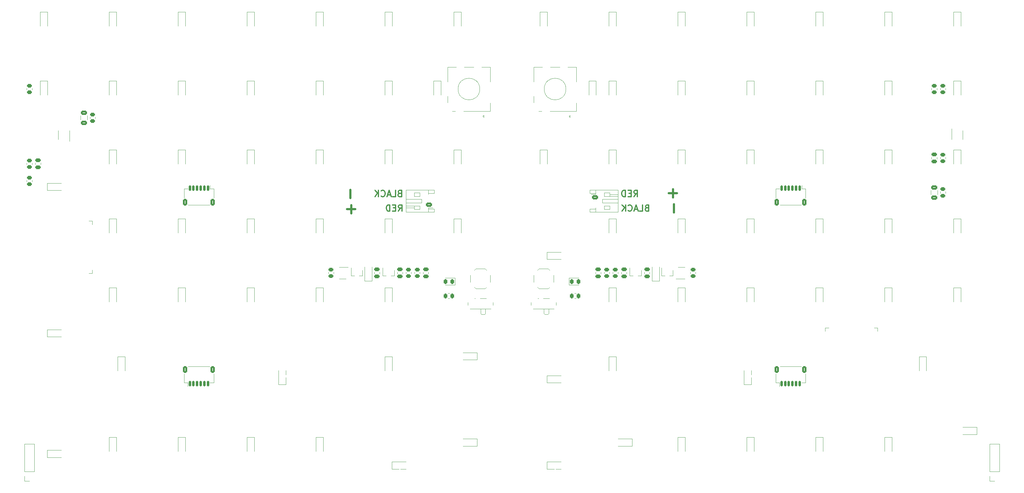
<source format=gbr>
G04 #@! TF.GenerationSoftware,KiCad,Pcbnew,(6.0.1-0)*
G04 #@! TF.CreationDate,2022-04-23T14:38:48+10:00*
G04 #@! TF.ProjectId,pcb,7063622e-6b69-4636-9164-5f7063625858,rev?*
G04 #@! TF.SameCoordinates,Original*
G04 #@! TF.FileFunction,Legend,Bot*
G04 #@! TF.FilePolarity,Positive*
%FSLAX46Y46*%
G04 Gerber Fmt 4.6, Leading zero omitted, Abs format (unit mm)*
G04 Created by KiCad (PCBNEW (6.0.1-0)) date 2022-04-23 14:38:48*
%MOMM*%
%LPD*%
G01*
G04 APERTURE LIST*
G04 Aperture macros list*
%AMRoundRect*
0 Rectangle with rounded corners*
0 $1 Rounding radius*
0 $2 $3 $4 $5 $6 $7 $8 $9 X,Y pos of 4 corners*
0 Add a 4 corners polygon primitive as box body*
4,1,4,$2,$3,$4,$5,$6,$7,$8,$9,$2,$3,0*
0 Add four circle primitives for the rounded corners*
1,1,$1+$1,$2,$3*
1,1,$1+$1,$4,$5*
1,1,$1+$1,$6,$7*
1,1,$1+$1,$8,$9*
0 Add four rect primitives between the rounded corners*
20,1,$1+$1,$2,$3,$4,$5,0*
20,1,$1+$1,$4,$5,$6,$7,0*
20,1,$1+$1,$6,$7,$8,$9,0*
20,1,$1+$1,$8,$9,$2,$3,0*%
G04 Aperture macros list end*
%ADD10C,0.300000*%
%ADD11C,0.600000*%
%ADD12C,0.120000*%
%ADD13C,3.048000*%
%ADD14C,3.000000*%
%ADD15C,3.987800*%
%ADD16C,1.750000*%
%ADD17R,2.550000X2.500000*%
%ADD18C,0.787400*%
%ADD19O,3.400000X3.400000*%
%ADD20R,2.500000X2.550000*%
%ADD21RoundRect,0.250000X0.475000X-0.250000X0.475000X0.250000X-0.475000X0.250000X-0.475000X-0.250000X0*%
%ADD22RoundRect,0.250000X-0.475000X0.250000X-0.475000X-0.250000X0.475000X-0.250000X0.475000X0.250000X0*%
%ADD23R,1.200000X1.400000*%
%ADD24R,1.000000X1.400000*%
%ADD25RoundRect,0.250000X-0.625000X0.375000X-0.625000X-0.375000X0.625000X-0.375000X0.625000X0.375000X0*%
%ADD26R,1.700000X1.700000*%
%ADD27O,1.700000X1.700000*%
%ADD28R,0.800000X0.900000*%
%ADD29RoundRect,0.249998X0.450002X-0.262502X0.450002X0.262502X-0.450002X0.262502X-0.450002X-0.262502X0*%
%ADD30RoundRect,0.249998X-0.450002X0.262502X-0.450002X-0.262502X0.450002X-0.262502X0.450002X0.262502X0*%
%ADD31RoundRect,0.249998X0.262502X0.450002X-0.262502X0.450002X-0.262502X-0.450002X0.262502X-0.450002X0*%
%ADD32C,0.900000*%
%ADD33R,1.000000X0.800000*%
%ADD34R,0.700000X1.500000*%
%ADD35R,1.060000X0.650000*%
%ADD36C,0.650000*%
%ADD37R,2.450000X0.600000*%
%ADD38R,2.450000X0.300000*%
%ADD39R,1.700000X1.000000*%
%ADD40R,1.524000X0.700000*%
%ADD41R,0.700000X1.524000*%
%ADD42RoundRect,0.243750X0.243750X0.456250X-0.243750X0.456250X-0.243750X-0.456250X0.243750X-0.456250X0*%
%ADD43R,1.200000X0.900000*%
%ADD44RoundRect,0.249999X-0.625001X0.350001X-0.625001X-0.350001X0.625001X-0.350001X0.625001X0.350001X0*%
%ADD45O,1.750000X1.200000*%
%ADD46RoundRect,0.249999X0.625001X-0.350001X0.625001X0.350001X-0.625001X0.350001X-0.625001X-0.350001X0*%
%ADD47R,0.900000X1.200000*%
%ADD48RoundRect,0.150000X0.150000X0.625000X-0.150000X0.625000X-0.150000X-0.625000X0.150000X-0.625000X0*%
%ADD49RoundRect,0.250000X0.350000X0.650000X-0.350000X0.650000X-0.350000X-0.650000X0.350000X-0.650000X0*%
%ADD50RoundRect,0.250000X-0.450000X0.262500X-0.450000X-0.262500X0.450000X-0.262500X0.450000X0.262500X0*%
%ADD51RoundRect,0.250000X0.450000X-0.262500X0.450000X0.262500X-0.450000X0.262500X-0.450000X-0.262500X0*%
%ADD52RoundRect,0.250000X0.625000X-0.375000X0.625000X0.375000X-0.625000X0.375000X-0.625000X-0.375000X0*%
%ADD53RoundRect,0.150000X-0.150000X-0.625000X0.150000X-0.625000X0.150000X0.625000X-0.150000X0.625000X0*%
%ADD54RoundRect,0.250000X-0.350000X-0.650000X0.350000X-0.650000X0.350000X0.650000X-0.350000X0.650000X0*%
%ADD55RoundRect,0.243750X-0.243750X-0.456250X0.243750X-0.456250X0.243750X0.456250X-0.243750X0.456250X0*%
%ADD56R,2.000000X2.000000*%
%ADD57C,2.000000*%
%ADD58R,2.000000X3.200000*%
%ADD59RoundRect,0.250000X-0.262500X-0.450000X0.262500X-0.450000X0.262500X0.450000X-0.262500X0.450000X0*%
G04 APERTURE END LIST*
D10*
X94787500Y-52797916D02*
X95370833Y-51964583D01*
X95787500Y-52797916D02*
X95787500Y-51047916D01*
X95120833Y-51047916D01*
X94954166Y-51131250D01*
X94870833Y-51214583D01*
X94787500Y-51381250D01*
X94787500Y-51631250D01*
X94870833Y-51797916D01*
X94954166Y-51881250D01*
X95120833Y-51964583D01*
X95787500Y-51964583D01*
X94037500Y-51881250D02*
X93454166Y-51881250D01*
X93204166Y-52797916D02*
X94037500Y-52797916D01*
X94037500Y-51047916D01*
X93204166Y-51047916D01*
X92454166Y-52797916D02*
X92454166Y-51047916D01*
X92037500Y-51047916D01*
X91787500Y-51131250D01*
X91620833Y-51297916D01*
X91537500Y-51464583D01*
X91454166Y-51797916D01*
X91454166Y-52047916D01*
X91537500Y-52381250D01*
X91620833Y-52547916D01*
X91787500Y-52714583D01*
X92037500Y-52797916D01*
X92454166Y-52797916D01*
X95158333Y-47881250D02*
X94908333Y-47964583D01*
X94825000Y-48047916D01*
X94741666Y-48214583D01*
X94741666Y-48464583D01*
X94825000Y-48631250D01*
X94908333Y-48714583D01*
X95075000Y-48797916D01*
X95741666Y-48797916D01*
X95741666Y-47047916D01*
X95158333Y-47047916D01*
X94991666Y-47131250D01*
X94908333Y-47214583D01*
X94825000Y-47381250D01*
X94825000Y-47547916D01*
X94908333Y-47714583D01*
X94991666Y-47797916D01*
X95158333Y-47881250D01*
X95741666Y-47881250D01*
X93158333Y-48797916D02*
X93991666Y-48797916D01*
X93991666Y-47047916D01*
X92658333Y-48297916D02*
X91825000Y-48297916D01*
X92825000Y-48797916D02*
X92241666Y-47047916D01*
X91658333Y-48797916D01*
X90075000Y-48631250D02*
X90158333Y-48714583D01*
X90408333Y-48797916D01*
X90575000Y-48797916D01*
X90825000Y-48714583D01*
X90991666Y-48547916D01*
X91075000Y-48381250D01*
X91158333Y-48047916D01*
X91158333Y-47797916D01*
X91075000Y-47464583D01*
X90991666Y-47297916D01*
X90825000Y-47131250D01*
X90575000Y-47047916D01*
X90408333Y-47047916D01*
X90158333Y-47131250D01*
X90075000Y-47214583D01*
X89325000Y-48797916D02*
X89325000Y-47047916D01*
X88325000Y-48797916D02*
X89075000Y-47797916D01*
X88325000Y-47047916D02*
X89325000Y-48047916D01*
D11*
X170870535Y-53149107D02*
X170870535Y-50863392D01*
X81541964Y-46863392D02*
X81541964Y-49149107D01*
D10*
X159875000Y-48797916D02*
X160458333Y-47964583D01*
X160875000Y-48797916D02*
X160875000Y-47047916D01*
X160208333Y-47047916D01*
X160041666Y-47131250D01*
X159958333Y-47214583D01*
X159875000Y-47381250D01*
X159875000Y-47631250D01*
X159958333Y-47797916D01*
X160041666Y-47881250D01*
X160208333Y-47964583D01*
X160875000Y-47964583D01*
X159125000Y-47881250D02*
X158541666Y-47881250D01*
X158291666Y-48797916D02*
X159125000Y-48797916D01*
X159125000Y-47047916D01*
X158291666Y-47047916D01*
X157541666Y-48797916D02*
X157541666Y-47047916D01*
X157125000Y-47047916D01*
X156875000Y-47131250D01*
X156708333Y-47297916D01*
X156625000Y-47464583D01*
X156541666Y-47797916D01*
X156541666Y-48047916D01*
X156625000Y-48381250D01*
X156708333Y-48547916D01*
X156875000Y-48714583D01*
X157125000Y-48797916D01*
X157541666Y-48797916D01*
D11*
X80613392Y-52220535D02*
X82899107Y-52220535D01*
X81756250Y-53363392D02*
X81756250Y-51077678D01*
X171799107Y-47791964D02*
X169513392Y-47791964D01*
X170656250Y-46649107D02*
X170656250Y-48934821D01*
D10*
X163420833Y-51881250D02*
X163170833Y-51964583D01*
X163087500Y-52047916D01*
X163004166Y-52214583D01*
X163004166Y-52464583D01*
X163087500Y-52631250D01*
X163170833Y-52714583D01*
X163337500Y-52797916D01*
X164004166Y-52797916D01*
X164004166Y-51047916D01*
X163420833Y-51047916D01*
X163254166Y-51131250D01*
X163170833Y-51214583D01*
X163087500Y-51381250D01*
X163087500Y-51547916D01*
X163170833Y-51714583D01*
X163254166Y-51797916D01*
X163420833Y-51881250D01*
X164004166Y-51881250D01*
X161420833Y-52797916D02*
X162254166Y-52797916D01*
X162254166Y-51047916D01*
X160920833Y-52297916D02*
X160087500Y-52297916D01*
X161087500Y-52797916D02*
X160504166Y-51047916D01*
X159920833Y-52797916D01*
X158337500Y-52631250D02*
X158420833Y-52714583D01*
X158670833Y-52797916D01*
X158837500Y-52797916D01*
X159087500Y-52714583D01*
X159254166Y-52547916D01*
X159337500Y-52381250D01*
X159420833Y-52047916D01*
X159420833Y-51797916D01*
X159337500Y-51464583D01*
X159254166Y-51297916D01*
X159087500Y-51131250D01*
X158837500Y-51047916D01*
X158670833Y-51047916D01*
X158420833Y-51131250D01*
X158337500Y-51214583D01*
X157587500Y-52797916D02*
X157587500Y-51047916D01*
X156587500Y-52797916D02*
X157337500Y-51797916D01*
X156587500Y-51047916D02*
X157587500Y-52047916D01*
D12*
X-4027500Y-39948752D02*
X-4027500Y-39426248D01*
X-5497500Y-39948752D02*
X-5497500Y-39426248D01*
X164247500Y-69588748D02*
X164247500Y-70111252D01*
X162777500Y-69588748D02*
X162777500Y-70111252D01*
X157897500Y-70111252D02*
X157897500Y-69588748D01*
X156427500Y-70111252D02*
X156427500Y-69588748D01*
X250787500Y-30550000D02*
X250787500Y-32950000D01*
X247687500Y-32950000D02*
X247687500Y-30000000D01*
X7027500Y-26385436D02*
X7027500Y-27589564D01*
X8847500Y-26385436D02*
X8847500Y-27589564D01*
X258226250Y-126037500D02*
X258226250Y-127367500D01*
X260886250Y-124767500D02*
X260886250Y-117087500D01*
X258226250Y-124767500D02*
X258226250Y-117087500D01*
X258226250Y-117087500D02*
X260886250Y-117087500D01*
X258226250Y-124767500D02*
X260886250Y-124767500D01*
X258226250Y-127367500D02*
X259556250Y-127367500D01*
X170648750Y-70610000D02*
X170648750Y-69150000D01*
X167488750Y-70610000D02*
X167488750Y-68450000D01*
X167488750Y-70610000D02*
X168418750Y-70610000D01*
X170648750Y-70610000D02*
X169718750Y-70610000D01*
X-6408750Y-44677064D02*
X-6408750Y-44222936D01*
X-7878750Y-44677064D02*
X-7878750Y-44222936D01*
X9583750Y-26760436D02*
X9583750Y-27214564D01*
X11053750Y-26760436D02*
X11053750Y-27214564D01*
X-6408750Y-18822936D02*
X-6408750Y-19277064D01*
X-7878750Y-18822936D02*
X-7878750Y-19277064D01*
X108970814Y-76935000D02*
X108516686Y-76935000D01*
X108970814Y-75465000D02*
X108516686Y-75465000D01*
X246003750Y-18822936D02*
X246003750Y-19277064D01*
X244533750Y-18822936D02*
X244533750Y-19277064D01*
X244533750Y-37872936D02*
X244533750Y-38327064D01*
X246003750Y-37872936D02*
X246003750Y-38327064D01*
X175477500Y-70077064D02*
X175477500Y-69622936D01*
X176947500Y-70077064D02*
X176947500Y-69622936D01*
X153135000Y-69622936D02*
X153135000Y-70077064D01*
X151665000Y-69622936D02*
X151665000Y-70077064D01*
X154046250Y-70077064D02*
X154046250Y-69622936D01*
X155516250Y-70077064D02*
X155516250Y-69622936D01*
X136537500Y-76948750D02*
X134837500Y-76948750D01*
X137787500Y-79798750D02*
X132087500Y-79798750D01*
X138387500Y-77998750D02*
X138387500Y-78788750D01*
X136337500Y-81088750D02*
X136137500Y-81298750D01*
X131487500Y-78788750D02*
X131487500Y-77998750D01*
X135037500Y-81088750D02*
X135037500Y-79798750D01*
X133537500Y-76948750D02*
X133337500Y-76948750D01*
X135037500Y-81088750D02*
X135237500Y-81298750D01*
X136137500Y-81298750D02*
X135237500Y-81298750D01*
X136337500Y-79798750D02*
X136337500Y-81088750D01*
X172137500Y-68240000D02*
X173937500Y-68240000D01*
X173937500Y-71460000D02*
X171487500Y-71460000D01*
X158757500Y-70610000D02*
X159687500Y-70610000D01*
X161917500Y-70610000D02*
X160987500Y-70610000D01*
X158757500Y-70610000D02*
X158757500Y-68450000D01*
X161917500Y-70610000D02*
X161917500Y-69150000D01*
X133237500Y-69137500D02*
X133687500Y-68687500D01*
X133237500Y-73737500D02*
X133687500Y-74187500D01*
X137687500Y-70437500D02*
X137687500Y-72437500D01*
X136187500Y-68687500D02*
X133687500Y-68687500D01*
X136637500Y-73737500D02*
X136187500Y-74187500D01*
X132187500Y-70437500D02*
X132187500Y-72437500D01*
X136187500Y-74187500D02*
X133687500Y-74187500D01*
X136637500Y-69137500D02*
X136187500Y-68687500D01*
X3931250Y-30550000D02*
X3931250Y-33500000D01*
X831250Y-32950000D02*
X831250Y-30550000D01*
X150753750Y-70111252D02*
X150753750Y-69588748D01*
X149283750Y-70111252D02*
X149283750Y-69588748D01*
X117575000Y-81088750D02*
X117575000Y-79798750D01*
X117575000Y-81088750D02*
X117775000Y-81298750D01*
X119075000Y-76948750D02*
X117375000Y-76948750D01*
X118875000Y-81088750D02*
X118675000Y-81298750D01*
X116075000Y-76948750D02*
X115875000Y-76948750D01*
X120325000Y-79798750D02*
X114625000Y-79798750D01*
X120925000Y-77998750D02*
X120925000Y-78788750D01*
X118875000Y-79798750D02*
X118875000Y-81088750D01*
X118675000Y-81298750D02*
X117775000Y-81298750D01*
X114025000Y-78788750D02*
X114025000Y-77998750D01*
X80275000Y-71460000D02*
X78475000Y-71460000D01*
X78475000Y-68240000D02*
X80925000Y-68240000D01*
X213750000Y-85000000D02*
X212750000Y-85000000D01*
X227250000Y-86000000D02*
X227250000Y-85000000D01*
X212750000Y-86000000D02*
X212750000Y-85000000D01*
X226250000Y-85000000D02*
X227250000Y-85000000D01*
X10250000Y-56500000D02*
X10250000Y-55500000D01*
X9250000Y-70000000D02*
X10250000Y-70000000D01*
X10250000Y-69000000D02*
X10250000Y-70000000D01*
X9250000Y-55500000D02*
X10250000Y-55500000D01*
X110428750Y-73191250D02*
X107743750Y-73191250D01*
X110428750Y-71271250D02*
X110428750Y-73191250D01*
X107743750Y-71271250D02*
X110428750Y-71271250D01*
X87518750Y-72100000D02*
X87518750Y-68200000D01*
X87518750Y-72100000D02*
X85518750Y-72100000D01*
X85518750Y-72100000D02*
X85518750Y-68200000D01*
X84923750Y-70610000D02*
X83993750Y-70610000D01*
X81763750Y-70610000D02*
X81763750Y-68450000D01*
X84923750Y-70610000D02*
X84923750Y-69150000D01*
X81763750Y-70610000D02*
X82693750Y-70610000D01*
X75465000Y-70077064D02*
X75465000Y-69622936D01*
X76935000Y-70077064D02*
X76935000Y-69622936D01*
X100747500Y-69622936D02*
X100747500Y-70077064D01*
X99277500Y-69622936D02*
X99277500Y-70077064D01*
X98366250Y-70077064D02*
X98366250Y-69622936D01*
X96896250Y-70077064D02*
X96896250Y-69622936D01*
X103128750Y-70111252D02*
X103128750Y-69588748D01*
X101658750Y-70111252D02*
X101658750Y-69588748D01*
X94515000Y-69588748D02*
X94515000Y-70111252D01*
X95985000Y-69588748D02*
X95985000Y-70111252D01*
X88165000Y-69588748D02*
X88165000Y-70111252D01*
X89635000Y-69588748D02*
X89635000Y-70111252D01*
X90495000Y-70610000D02*
X91425000Y-70610000D01*
X90495000Y-70610000D02*
X90495000Y-68450000D01*
X93655000Y-70610000D02*
X92725000Y-70610000D01*
X93655000Y-70610000D02*
X93655000Y-69150000D01*
X-8473750Y-117087500D02*
X-5813750Y-117087500D01*
X-5813750Y-124767500D02*
X-5813750Y-117087500D01*
X-8473750Y-126037500D02*
X-8473750Y-127367500D01*
X-8473750Y-124767500D02*
X-8473750Y-117087500D01*
X-8473750Y-124767500D02*
X-5813750Y-124767500D01*
X-8473750Y-127367500D02*
X-7143750Y-127367500D01*
X-7878750Y-39914564D02*
X-7878750Y-39460436D01*
X-6408750Y-39914564D02*
X-6408750Y-39460436D01*
X151656250Y-48706250D02*
X151656250Y-47706250D01*
X147696250Y-52146250D02*
X149296250Y-52146250D01*
X147696250Y-47866250D02*
X147696250Y-46946250D01*
X151656250Y-51306250D02*
X151656250Y-52306250D01*
X153256250Y-48206250D02*
X155516250Y-48206250D01*
X155516250Y-46946250D02*
X155516250Y-53066250D01*
X149296250Y-48146250D02*
X148081250Y-48146250D01*
X149296250Y-52146250D02*
X149296250Y-51866250D01*
X149296250Y-46946250D02*
X149296250Y-47866250D01*
X151156250Y-50506250D02*
X155516250Y-50506250D01*
X151656250Y-52306250D02*
X153256250Y-52306250D01*
X149296250Y-47866250D02*
X147696250Y-47866250D01*
X151656250Y-47706250D02*
X153256250Y-47706250D01*
X153256250Y-48706250D02*
X151656250Y-48706250D01*
X155516250Y-53066250D02*
X147696250Y-53066250D01*
X153256250Y-51306250D02*
X151656250Y-51306250D01*
X155516250Y-49506250D02*
X151156250Y-49506250D01*
X147696250Y-53066250D02*
X147696250Y-52146250D01*
X149296250Y-48146250D02*
X149296250Y-47866250D01*
X147696250Y-46946250D02*
X155516250Y-46946250D01*
X151156250Y-49506250D02*
X151156250Y-50506250D01*
X149296250Y-53066250D02*
X149296250Y-52146250D01*
X153256250Y-52306250D02*
X153256250Y-51306250D01*
X153256250Y-47706250D02*
X153256250Y-48706250D01*
X153256250Y-48706250D02*
X155516250Y-48706250D01*
X99156250Y-52306250D02*
X99156250Y-51306250D01*
X100756250Y-52306250D02*
X99156250Y-52306250D01*
X99156250Y-48706250D02*
X100756250Y-48706250D01*
X103116250Y-51866250D02*
X104331250Y-51866250D01*
X101256250Y-50506250D02*
X101256250Y-49506250D01*
X100756250Y-47706250D02*
X99156250Y-47706250D01*
X99156250Y-51306250D02*
X96896250Y-51306250D01*
X103116250Y-51866250D02*
X103116250Y-52146250D01*
X103116250Y-53066250D02*
X103116250Y-52146250D01*
X96896250Y-46946250D02*
X104716250Y-46946250D01*
X100756250Y-48706250D02*
X100756250Y-47706250D01*
X104716250Y-52146250D02*
X104716250Y-53066250D01*
X103116250Y-52146250D02*
X104716250Y-52146250D01*
X103116250Y-46946250D02*
X103116250Y-47866250D01*
X104716250Y-47866250D02*
X103116250Y-47866250D01*
X99156250Y-51306250D02*
X100756250Y-51306250D01*
X104716250Y-53066250D02*
X96896250Y-53066250D01*
X96896250Y-53066250D02*
X96896250Y-46946250D01*
X100756250Y-51306250D02*
X100756250Y-52306250D01*
X101256250Y-49506250D02*
X96896250Y-49506250D01*
X104716250Y-46946250D02*
X104716250Y-47866250D01*
X99156250Y-51806250D02*
X96896250Y-51806250D01*
X103116250Y-47866250D02*
X103116250Y-48146250D01*
X96896250Y-50506250D02*
X101256250Y-50506250D01*
X99156250Y-47706250D02*
X99156250Y-48706250D01*
X212137500Y2250000D02*
X212137500Y-1650000D01*
X210137500Y2250000D02*
X210137500Y-1650000D01*
X210137500Y2250000D02*
X212137500Y2250000D01*
X91075000Y-73950000D02*
X93075000Y-73950000D01*
X93075000Y-73950000D02*
X93075000Y-77850000D01*
X91075000Y-73950000D02*
X91075000Y-77850000D01*
X210137500Y-54900000D02*
X210137500Y-58800000D01*
X210137500Y-54900000D02*
X212137500Y-54900000D01*
X212137500Y-54900000D02*
X212137500Y-58800000D01*
X191087500Y-54900000D02*
X193087500Y-54900000D01*
X193087500Y-54900000D02*
X193087500Y-58800000D01*
X191087500Y-54900000D02*
X191087500Y-58800000D01*
X35925000Y-35850000D02*
X35925000Y-39750000D01*
X33925000Y-35850000D02*
X33925000Y-39750000D01*
X33925000Y-35850000D02*
X35925000Y-35850000D01*
X135862500Y-64087500D02*
X139762500Y-64087500D01*
X135862500Y-66087500D02*
X135862500Y-64087500D01*
X135862500Y-66087500D02*
X139762500Y-66087500D01*
X190293750Y-100675000D02*
X190293750Y-96775000D01*
X192293750Y-100675000D02*
X190293750Y-100675000D01*
X192293750Y-100675000D02*
X192293750Y-96775000D01*
X193087500Y-35850000D02*
X193087500Y-39750000D01*
X191087500Y-35850000D02*
X193087500Y-35850000D01*
X191087500Y-35850000D02*
X191087500Y-39750000D01*
X191087500Y2250000D02*
X193087500Y2250000D01*
X191087500Y2250000D02*
X191087500Y-1650000D01*
X193087500Y2250000D02*
X193087500Y-1650000D01*
X-2175000Y-16800000D02*
X-2175000Y-20700000D01*
X-4175000Y-16800000D02*
X-2175000Y-16800000D01*
X-4175000Y-16800000D02*
X-4175000Y-20700000D01*
X164893750Y-72100000D02*
X164893750Y-68200000D01*
X166893750Y-72100000D02*
X166893750Y-68200000D01*
X166893750Y-72100000D02*
X164893750Y-72100000D01*
X74025000Y2250000D02*
X74025000Y-1650000D01*
X72025000Y2250000D02*
X74025000Y2250000D01*
X72025000Y2250000D02*
X72025000Y-1650000D01*
X52975000Y2250000D02*
X54975000Y2250000D01*
X54975000Y2250000D02*
X54975000Y-1650000D01*
X52975000Y2250000D02*
X52975000Y-1650000D01*
X210137500Y-115225000D02*
X212137500Y-115225000D01*
X210137500Y-115225000D02*
X210137500Y-119125000D01*
X212137500Y-115225000D02*
X212137500Y-119125000D01*
X206140000Y-51103750D02*
X200260000Y-51103750D01*
X199090000Y-46633750D02*
X200140000Y-46633750D01*
X206260000Y-46633750D02*
X206260000Y-45643750D01*
X199090000Y-49133750D02*
X199090000Y-46633750D01*
X207310000Y-46633750D02*
X206260000Y-46633750D01*
X207310000Y-49133750D02*
X207310000Y-46633750D01*
X35925000Y-54900000D02*
X35925000Y-58800000D01*
X33925000Y-54900000D02*
X33925000Y-58800000D01*
X33925000Y-54900000D02*
X35925000Y-54900000D01*
X61706250Y-100675000D02*
X61706250Y-96775000D01*
X63706250Y-100675000D02*
X61706250Y-100675000D01*
X63706250Y-100675000D02*
X63706250Y-96775000D01*
X152987500Y-54900000D02*
X154987500Y-54900000D01*
X154987500Y-54900000D02*
X154987500Y-58800000D01*
X152987500Y-54900000D02*
X152987500Y-58800000D01*
X16875000Y-115225000D02*
X16875000Y-119125000D01*
X14875000Y-115225000D02*
X14875000Y-119125000D01*
X14875000Y-115225000D02*
X16875000Y-115225000D01*
X72025000Y-16800000D02*
X72025000Y-20700000D01*
X72025000Y-16800000D02*
X74025000Y-16800000D01*
X74025000Y-16800000D02*
X74025000Y-20700000D01*
X135862500Y-124031250D02*
X139762500Y-124031250D01*
X135862500Y-124031250D02*
X135862500Y-122031250D01*
X135862500Y-122031250D02*
X139762500Y-122031250D01*
X243622500Y-18822936D02*
X243622500Y-19277064D01*
X242152500Y-18822936D02*
X242152500Y-19277064D01*
X54975000Y-16800000D02*
X54975000Y-20700000D01*
X52975000Y-16800000D02*
X52975000Y-20700000D01*
X52975000Y-16800000D02*
X54975000Y-16800000D01*
X229187500Y-54900000D02*
X231187500Y-54900000D01*
X229187500Y-54900000D02*
X229187500Y-58800000D01*
X231187500Y-54900000D02*
X231187500Y-58800000D01*
X191087500Y-16800000D02*
X193087500Y-16800000D01*
X193087500Y-16800000D02*
X193087500Y-20700000D01*
X191087500Y-16800000D02*
X191087500Y-20700000D01*
X-4175000Y2250000D02*
X-2175000Y2250000D01*
X-2175000Y2250000D02*
X-2175000Y-1650000D01*
X-4175000Y2250000D02*
X-4175000Y-1650000D01*
X246003750Y-47852064D02*
X246003750Y-47397936D01*
X244533750Y-47852064D02*
X244533750Y-47397936D01*
X174037500Y-73950000D02*
X174037500Y-77850000D01*
X172037500Y-73950000D02*
X172037500Y-77850000D01*
X172037500Y-73950000D02*
X174037500Y-73950000D01*
X243797500Y-48227064D02*
X243797500Y-47022936D01*
X241977500Y-48227064D02*
X241977500Y-47022936D01*
X248237500Y-35850000D02*
X248237500Y-39750000D01*
X250237500Y-35850000D02*
X250237500Y-39750000D01*
X248237500Y-35850000D02*
X250237500Y-35850000D01*
X33925000Y-115225000D02*
X33925000Y-119125000D01*
X33925000Y-115225000D02*
X35925000Y-115225000D01*
X35925000Y-115225000D02*
X35925000Y-119125000D01*
X93000000Y-122031250D02*
X96900000Y-122031250D01*
X93000000Y-124031250D02*
X96900000Y-124031250D01*
X93000000Y-124031250D02*
X93000000Y-122031250D01*
X116550000Y-117681250D02*
X112650000Y-117681250D01*
X116550000Y-115681250D02*
X112650000Y-115681250D01*
X116550000Y-115681250D02*
X116550000Y-117681250D01*
X110125000Y-35850000D02*
X112125000Y-35850000D01*
X110125000Y-35850000D02*
X110125000Y-39750000D01*
X112125000Y-35850000D02*
X112125000Y-39750000D01*
X229187500Y-16800000D02*
X229187500Y-20700000D01*
X229187500Y-16800000D02*
X231187500Y-16800000D01*
X231187500Y-16800000D02*
X231187500Y-20700000D01*
X52975000Y-73950000D02*
X54975000Y-73950000D01*
X52975000Y-73950000D02*
X52975000Y-77850000D01*
X54975000Y-73950000D02*
X54975000Y-77850000D01*
X14875000Y-73950000D02*
X16875000Y-73950000D01*
X14875000Y-73950000D02*
X14875000Y-77850000D01*
X16875000Y-73950000D02*
X16875000Y-77850000D01*
X174037500Y2250000D02*
X174037500Y-1650000D01*
X172037500Y2250000D02*
X174037500Y2250000D01*
X172037500Y2250000D02*
X172037500Y-1650000D01*
X93075000Y-16800000D02*
X93075000Y-20700000D01*
X91075000Y-16800000D02*
X93075000Y-16800000D01*
X91075000Y-16800000D02*
X91075000Y-20700000D01*
X110125000Y2250000D02*
X110125000Y-1650000D01*
X110125000Y2250000D02*
X112125000Y2250000D01*
X112125000Y2250000D02*
X112125000Y-1650000D01*
X242152500Y-37838748D02*
X242152500Y-38361252D01*
X243622500Y-37838748D02*
X243622500Y-38361252D01*
X43797500Y-97710000D02*
X43797500Y-100210000D01*
X35577500Y-97710000D02*
X35577500Y-100210000D01*
X36747500Y-95740000D02*
X42627500Y-95740000D01*
X35577500Y-100210000D02*
X36627500Y-100210000D01*
X36627500Y-100210000D02*
X36627500Y-101200000D01*
X43797500Y-100210000D02*
X42747500Y-100210000D01*
X52975000Y-54900000D02*
X52975000Y-58800000D01*
X52975000Y-54900000D02*
X54975000Y-54900000D01*
X54975000Y-54900000D02*
X54975000Y-58800000D01*
X52975000Y-115225000D02*
X54975000Y-115225000D01*
X54975000Y-115225000D02*
X54975000Y-119125000D01*
X52975000Y-115225000D02*
X52975000Y-119125000D01*
X-2250000Y-47037500D02*
X-2250000Y-45037500D01*
X-2250000Y-45037500D02*
X1650000Y-45037500D01*
X-2250000Y-47037500D02*
X1650000Y-47037500D01*
X19256250Y-93000000D02*
X19256250Y-96900000D01*
X17256250Y-93000000D02*
X17256250Y-96900000D01*
X17256250Y-93000000D02*
X19256250Y-93000000D01*
X154987500Y2250000D02*
X154987500Y-1650000D01*
X152987500Y2250000D02*
X152987500Y-1650000D01*
X152987500Y2250000D02*
X154987500Y2250000D01*
X152987500Y-35850000D02*
X152987500Y-39750000D01*
X152987500Y-35850000D02*
X154987500Y-35850000D01*
X154987500Y-35850000D02*
X154987500Y-39750000D01*
X72025000Y-73950000D02*
X74025000Y-73950000D01*
X74025000Y-73950000D02*
X74025000Y-77850000D01*
X72025000Y-73950000D02*
X72025000Y-77850000D01*
X135862500Y-100218750D02*
X135862500Y-98218750D01*
X135862500Y-98218750D02*
X139762500Y-98218750D01*
X135862500Y-100218750D02*
X139762500Y-100218750D01*
X35925000Y2250000D02*
X35925000Y-1650000D01*
X33925000Y2250000D02*
X33925000Y-1650000D01*
X33925000Y2250000D02*
X35925000Y2250000D01*
X147431250Y-16800000D02*
X149431250Y-16800000D01*
X147431250Y-16800000D02*
X147431250Y-20700000D01*
X149431250Y-16800000D02*
X149431250Y-20700000D01*
X254662500Y-112506250D02*
X254662500Y-114506250D01*
X254662500Y-112506250D02*
X250762500Y-112506250D01*
X254662500Y-114506250D02*
X250762500Y-114506250D01*
X72025000Y-54900000D02*
X74025000Y-54900000D01*
X72025000Y-54900000D02*
X72025000Y-58800000D01*
X74025000Y-54900000D02*
X74025000Y-58800000D01*
X191087500Y-115225000D02*
X191087500Y-119125000D01*
X193087500Y-115225000D02*
X193087500Y-119125000D01*
X191087500Y-115225000D02*
X193087500Y-115225000D01*
X174037500Y-16800000D02*
X174037500Y-20700000D01*
X172037500Y-16800000D02*
X174037500Y-16800000D01*
X172037500Y-16800000D02*
X172037500Y-20700000D01*
X91075000Y-93000000D02*
X91075000Y-96900000D01*
X91075000Y-93000000D02*
X93075000Y-93000000D01*
X93075000Y-93000000D02*
X93075000Y-96900000D01*
X35577500Y-46633750D02*
X36627500Y-46633750D01*
X43797500Y-49133750D02*
X43797500Y-46633750D01*
X42627500Y-51103750D02*
X36747500Y-51103750D01*
X42747500Y-46633750D02*
X42747500Y-45643750D01*
X43797500Y-46633750D02*
X42747500Y-46633750D01*
X35577500Y-49133750D02*
X35577500Y-46633750D01*
X91075000Y-54900000D02*
X91075000Y-58800000D01*
X93075000Y-54900000D02*
X93075000Y-58800000D01*
X91075000Y-54900000D02*
X93075000Y-54900000D01*
X16875000Y-54900000D02*
X16875000Y-58800000D01*
X14875000Y-54900000D02*
X14875000Y-58800000D01*
X14875000Y-54900000D02*
X16875000Y-54900000D01*
X135937500Y-35850000D02*
X135937500Y-39750000D01*
X133937500Y-35850000D02*
X133937500Y-39750000D01*
X133937500Y-35850000D02*
X135937500Y-35850000D01*
X248237500Y-54900000D02*
X248237500Y-58800000D01*
X250237500Y-54900000D02*
X250237500Y-58800000D01*
X248237500Y-54900000D02*
X250237500Y-54900000D01*
X229187500Y-73950000D02*
X231187500Y-73950000D01*
X229187500Y-73950000D02*
X229187500Y-77850000D01*
X231187500Y-73950000D02*
X231187500Y-77850000D01*
X152987500Y-93000000D02*
X152987500Y-96900000D01*
X152987500Y-93000000D02*
X154987500Y-93000000D01*
X154987500Y-93000000D02*
X154987500Y-96900000D01*
X141983750Y-73191250D02*
X141983750Y-71271250D01*
X144668750Y-73191250D02*
X141983750Y-73191250D01*
X141983750Y-71271250D02*
X144668750Y-71271250D01*
X152987500Y-16800000D02*
X154987500Y-16800000D01*
X154987500Y-16800000D02*
X154987500Y-20700000D01*
X152987500Y-16800000D02*
X152987500Y-20700000D01*
X135937500Y2250000D02*
X135937500Y-1650000D01*
X133937500Y2250000D02*
X133937500Y-1650000D01*
X133937500Y2250000D02*
X135937500Y2250000D01*
X-2250000Y-120856250D02*
X-2250000Y-118856250D01*
X-2250000Y-118856250D02*
X1650000Y-118856250D01*
X-2250000Y-120856250D02*
X1650000Y-120856250D01*
X210137500Y-35850000D02*
X212137500Y-35850000D01*
X212137500Y-35850000D02*
X212137500Y-39750000D01*
X210137500Y-35850000D02*
X210137500Y-39750000D01*
X-2250000Y-87518750D02*
X1650000Y-87518750D01*
X-2250000Y-87518750D02*
X-2250000Y-85518750D01*
X-2250000Y-85518750D02*
X1650000Y-85518750D01*
X74025000Y-115225000D02*
X74025000Y-119125000D01*
X72025000Y-115225000D02*
X74025000Y-115225000D01*
X72025000Y-115225000D02*
X72025000Y-119125000D01*
X229187500Y-35850000D02*
X231187500Y-35850000D01*
X229187500Y-35850000D02*
X229187500Y-39750000D01*
X231187500Y-35850000D02*
X231187500Y-39750000D01*
X16875000Y-16800000D02*
X16875000Y-20700000D01*
X14875000Y-16800000D02*
X16875000Y-16800000D01*
X14875000Y-16800000D02*
X14875000Y-20700000D01*
X250237500Y-16800000D02*
X250237500Y-20700000D01*
X248237500Y-16800000D02*
X248237500Y-20700000D01*
X248237500Y-16800000D02*
X250237500Y-16800000D01*
X118400000Y-26850000D02*
X118400000Y-26250000D01*
X120200000Y-21050000D02*
X120200000Y-25150000D01*
X120200000Y-17050000D02*
X120200000Y-12950000D01*
X110800000Y-12950000D02*
X108400000Y-12950000D01*
X108400000Y-12950000D02*
X108400000Y-17050000D01*
X118100000Y-26550000D02*
X118400000Y-26850000D01*
X115600000Y-12950000D02*
X113000000Y-12950000D01*
X114300000Y-19550000D02*
X114300000Y-18550000D01*
X114800000Y-19050000D02*
X113800000Y-19050000D01*
X118400000Y-26250000D02*
X118100000Y-26550000D01*
X108400000Y-21050000D02*
X108400000Y-25150000D01*
X120200000Y-12950000D02*
X117800000Y-12950000D01*
X120200000Y-25150000D02*
X108400000Y-25150000D01*
X117300000Y-19050000D02*
G75*
G03*
X117300000Y-19050000I-3000000J0D01*
G01*
X143441686Y-75465000D02*
X143895814Y-75465000D01*
X143441686Y-76935000D02*
X143895814Y-76935000D01*
X16875000Y2250000D02*
X16875000Y-1650000D01*
X14875000Y2250000D02*
X16875000Y2250000D01*
X14875000Y2250000D02*
X14875000Y-1650000D01*
X248237500Y-73950000D02*
X248237500Y-77850000D01*
X248237500Y-73950000D02*
X250237500Y-73950000D01*
X250237500Y-73950000D02*
X250237500Y-77850000D01*
X132212500Y-12950000D02*
X132212500Y-17050000D01*
X144012500Y-17050000D02*
X144012500Y-12950000D01*
X134612500Y-12950000D02*
X132212500Y-12950000D01*
X138612500Y-19050000D02*
X137612500Y-19050000D01*
X142212500Y-26850000D02*
X142212500Y-26250000D01*
X138112500Y-19550000D02*
X138112500Y-18550000D01*
X132212500Y-21050000D02*
X132212500Y-25150000D01*
X139412500Y-12950000D02*
X136812500Y-12950000D01*
X141912500Y-26550000D02*
X142212500Y-26850000D01*
X144012500Y-12950000D02*
X141612500Y-12950000D01*
X144012500Y-25150000D02*
X132212500Y-25150000D01*
X142212500Y-26250000D02*
X141912500Y-26550000D01*
X144012500Y-21050000D02*
X144012500Y-25150000D01*
X141112500Y-19050000D02*
G75*
G03*
X141112500Y-19050000I-3000000J0D01*
G01*
X210137500Y-16800000D02*
X210137500Y-20700000D01*
X212137500Y-16800000D02*
X212137500Y-20700000D01*
X210137500Y-16800000D02*
X212137500Y-16800000D01*
X172037500Y-54900000D02*
X174037500Y-54900000D01*
X174037500Y-54900000D02*
X174037500Y-58800000D01*
X172037500Y-54900000D02*
X172037500Y-58800000D01*
X35925000Y-73950000D02*
X35925000Y-77850000D01*
X33925000Y-73950000D02*
X35925000Y-73950000D01*
X33925000Y-73950000D02*
X33925000Y-77850000D01*
X91075000Y-35850000D02*
X93075000Y-35850000D01*
X93075000Y-35850000D02*
X93075000Y-39750000D01*
X91075000Y-35850000D02*
X91075000Y-39750000D01*
X14875000Y-35850000D02*
X16875000Y-35850000D01*
X16875000Y-35850000D02*
X16875000Y-39750000D01*
X14875000Y-35850000D02*
X14875000Y-39750000D01*
X54975000Y-35850000D02*
X54975000Y-39750000D01*
X52975000Y-35850000D02*
X54975000Y-35850000D01*
X52975000Y-35850000D02*
X52975000Y-39750000D01*
X207310000Y-97710000D02*
X207310000Y-100210000D01*
X199090000Y-100210000D02*
X200140000Y-100210000D01*
X207310000Y-100210000D02*
X206260000Y-100210000D01*
X200140000Y-100210000D02*
X200140000Y-101200000D01*
X200260000Y-95740000D02*
X206140000Y-95740000D01*
X199090000Y-97710000D02*
X199090000Y-100210000D01*
X116550000Y-93868750D02*
X112650000Y-93868750D01*
X116550000Y-91868750D02*
X116550000Y-93868750D01*
X116550000Y-91868750D02*
X112650000Y-91868750D01*
X174037500Y-35850000D02*
X174037500Y-39750000D01*
X172037500Y-35850000D02*
X174037500Y-35850000D01*
X172037500Y-35850000D02*
X172037500Y-39750000D01*
X33925000Y-16800000D02*
X33925000Y-20700000D01*
X35925000Y-16800000D02*
X35925000Y-20700000D01*
X33925000Y-16800000D02*
X35925000Y-16800000D01*
X72025000Y-35850000D02*
X74025000Y-35850000D01*
X74025000Y-35850000D02*
X74025000Y-39750000D01*
X72025000Y-35850000D02*
X72025000Y-39750000D01*
X159412500Y-115681250D02*
X159412500Y-117681250D01*
X159412500Y-117681250D02*
X155512500Y-117681250D01*
X159412500Y-115681250D02*
X155512500Y-115681250D01*
X191087500Y-73950000D02*
X191087500Y-77850000D01*
X193087500Y-73950000D02*
X193087500Y-77850000D01*
X191087500Y-73950000D02*
X193087500Y-73950000D01*
X93075000Y2250000D02*
X93075000Y-1650000D01*
X91075000Y2250000D02*
X93075000Y2250000D01*
X91075000Y2250000D02*
X91075000Y-1650000D01*
X229187500Y-115225000D02*
X229187500Y-119125000D01*
X231187500Y-115225000D02*
X231187500Y-119125000D01*
X229187500Y-115225000D02*
X231187500Y-115225000D01*
X238712500Y-93000000D02*
X240712500Y-93000000D01*
X238712500Y-93000000D02*
X238712500Y-96900000D01*
X240712500Y-93000000D02*
X240712500Y-96900000D01*
X212137500Y-73950000D02*
X212137500Y-77850000D01*
X210137500Y-73950000D02*
X212137500Y-73950000D01*
X210137500Y-73950000D02*
X210137500Y-77850000D01*
X231187500Y2250000D02*
X231187500Y-1650000D01*
X229187500Y2250000D02*
X229187500Y-1650000D01*
X229187500Y2250000D02*
X231187500Y2250000D01*
X250237500Y2250000D02*
X250237500Y-1650000D01*
X248237500Y2250000D02*
X250237500Y2250000D01*
X248237500Y2250000D02*
X248237500Y-1650000D01*
X120225000Y-72437500D02*
X120225000Y-70437500D01*
X116225000Y-68687500D02*
X118725000Y-68687500D01*
X114725000Y-72437500D02*
X114725000Y-70437500D01*
X119175000Y-73737500D02*
X118725000Y-74187500D01*
X115775000Y-73737500D02*
X116225000Y-74187500D01*
X115775000Y-69137500D02*
X116225000Y-68687500D01*
X116225000Y-74187500D02*
X118725000Y-74187500D01*
X119175000Y-69137500D02*
X118725000Y-68687500D01*
X152987500Y-73950000D02*
X154987500Y-73950000D01*
X152987500Y-73950000D02*
X152987500Y-77850000D01*
X154987500Y-73950000D02*
X154987500Y-77850000D01*
X172037500Y-115225000D02*
X172037500Y-119125000D01*
X172037500Y-115225000D02*
X174037500Y-115225000D01*
X174037500Y-115225000D02*
X174037500Y-119125000D01*
X112125000Y-54900000D02*
X112125000Y-58800000D01*
X110125000Y-54900000D02*
X110125000Y-58800000D01*
X110125000Y-54900000D02*
X112125000Y-54900000D01*
X104568750Y-16800000D02*
X106568750Y-16800000D01*
X104568750Y-16800000D02*
X104568750Y-20700000D01*
X106568750Y-16800000D02*
X106568750Y-20700000D01*
%LPC*%
D13*
X254825500Y-102235000D03*
D14*
X246697500Y-97790000D03*
D15*
X254825500Y-86995000D03*
D16*
X247967500Y-95250000D03*
X237807500Y-95250000D03*
D13*
X230949500Y-102235000D03*
D15*
X242887500Y-95250000D03*
D14*
X240347500Y-100330000D03*
D15*
X230949500Y-86995000D03*
D17*
X249972500Y-97790000D03*
X237045500Y-100330000D03*
D18*
X129127250Y-15081250D03*
X129127250Y-17621250D03*
X129127250Y-12541250D03*
X129127250Y-13811250D03*
X129127250Y-16351250D03*
D19*
X85725000Y-52006250D03*
X85725000Y-48006250D03*
X166687500Y-48006250D03*
X166687500Y-52006250D03*
D15*
X76200000Y-38100000D03*
D16*
X71120000Y-38100000D03*
D14*
X80010000Y-40640000D03*
X73660000Y-43180000D03*
D16*
X81280000Y-38100000D03*
D17*
X83285000Y-40640000D03*
X70358000Y-43180000D03*
D18*
X242887500Y-8191500D03*
X244157500Y-8191500D03*
X245427500Y-8191500D03*
X240347500Y-8191500D03*
X241617500Y-8191500D03*
D15*
X200056750Y-106680000D03*
D13*
X200056750Y-91440000D03*
D14*
X184308750Y-95885000D03*
X190658750Y-93345000D03*
D13*
X176180750Y-91440000D03*
D15*
X176180750Y-106680000D03*
D16*
X193198750Y-98425000D03*
X183038750Y-98425000D03*
D15*
X188118750Y-98425000D03*
D17*
X181033750Y-95885000D03*
X193960750Y-93345000D03*
D18*
X80168750Y-85185250D03*
X78898750Y-85185250D03*
X82708750Y-85185250D03*
X81438750Y-85185250D03*
X77628750Y-85185250D03*
X8255000Y-8191500D03*
X9525000Y-8191500D03*
X6985000Y-8191500D03*
X12065000Y-8191500D03*
X10795000Y-8191500D03*
D14*
X60960000Y-2540000D03*
D16*
X52070000Y0D03*
D15*
X57150000Y0D03*
D14*
X54610000Y-5080000D03*
D16*
X62230000Y0D03*
D17*
X64235000Y-2540000D03*
X51308000Y-5080000D03*
D16*
X109220000Y-57150000D03*
D15*
X114300000Y-57150000D03*
D14*
X118110000Y-59690000D03*
D16*
X119380000Y-57150000D03*
D14*
X111760000Y-62230000D03*
D17*
X121385000Y-59690000D03*
X108458000Y-62230000D03*
D15*
X233362500Y-117475000D03*
D14*
X230822500Y-122555000D03*
X237172500Y-120015000D03*
D16*
X228282500Y-117475000D03*
X238442500Y-117475000D03*
D17*
X240447500Y-120015000D03*
X227520500Y-122555000D03*
D14*
X192722500Y-5080000D03*
D16*
X190182500Y0D03*
X200342500Y0D03*
D15*
X195262500Y0D03*
D14*
X199072500Y-2540000D03*
D17*
X202347500Y-2540000D03*
X189420500Y-5080000D03*
D14*
X118110000Y-40640000D03*
D16*
X109220000Y-38100000D03*
D14*
X111760000Y-43180000D03*
D16*
X119380000Y-38100000D03*
D15*
X114300000Y-38100000D03*
D17*
X121385000Y-40640000D03*
X108458000Y-43180000D03*
D15*
X233362500Y-19050000D03*
D16*
X238442500Y-19050000D03*
X228282500Y-19050000D03*
D14*
X237172500Y-21590000D03*
X230822500Y-24130000D03*
D17*
X240447500Y-21590000D03*
X227520500Y-24130000D03*
D14*
X173672500Y-122555000D03*
D15*
X176212500Y-117475000D03*
D16*
X181292500Y-117475000D03*
X171132500Y-117475000D03*
D14*
X180022500Y-120015000D03*
D17*
X183297500Y-120015000D03*
X170370500Y-122555000D03*
D14*
X41910000Y-40640000D03*
D15*
X38100000Y-38100000D03*
D16*
X43180000Y-38100000D03*
X33020000Y-38100000D03*
D14*
X35560000Y-43180000D03*
D17*
X45185000Y-40640000D03*
X32258000Y-43180000D03*
D16*
X100330000Y0D03*
X90170000Y0D03*
D14*
X92710000Y-5080000D03*
D15*
X95250000Y0D03*
D14*
X99060000Y-2540000D03*
D17*
X102335000Y-2540000D03*
X89408000Y-5080000D03*
D18*
X82708750Y-89439750D03*
X78898750Y-89439750D03*
X77628750Y-89439750D03*
X81438750Y-89439750D03*
X80168750Y-89439750D03*
D15*
X0Y-116681250D03*
D16*
X0Y-111601250D03*
X0Y-121761250D03*
D14*
X2540000Y-112871250D03*
X5080000Y-119221250D03*
D20*
X2540000Y-109596250D03*
X5080000Y-122523250D03*
D14*
X256222500Y-2540000D03*
D15*
X252412500Y0D03*
D14*
X249872500Y-5080000D03*
D16*
X247332500Y0D03*
X257492500Y0D03*
D17*
X259497500Y-2540000D03*
X246570500Y-5080000D03*
D16*
X209232500Y0D03*
X219392500Y0D03*
D14*
X211772500Y-5080000D03*
D15*
X214312500Y0D03*
D14*
X218122500Y-2540000D03*
D17*
X221397500Y-2540000D03*
X208470500Y-5080000D03*
D14*
X160972500Y-97790000D03*
D16*
X152082500Y-95250000D03*
D15*
X157162500Y-95250000D03*
D14*
X154622500Y-100330000D03*
D16*
X162242500Y-95250000D03*
D17*
X164247500Y-97790000D03*
X151320500Y-100330000D03*
D15*
X233362500Y-57150000D03*
D16*
X238442500Y-57150000D03*
D14*
X230822500Y-62230000D03*
D16*
X228282500Y-57150000D03*
D14*
X237172500Y-59690000D03*
D17*
X240447500Y-59690000D03*
X227520500Y-62230000D03*
D14*
X60960000Y-120015000D03*
D15*
X57150000Y-117475000D03*
D16*
X52070000Y-117475000D03*
X62230000Y-117475000D03*
D14*
X54610000Y-122555000D03*
D17*
X64235000Y-120015000D03*
X51308000Y-122555000D03*
D15*
X19050000Y-19050000D03*
D16*
X24130000Y-19050000D03*
D14*
X16510000Y-24130000D03*
X22860000Y-21590000D03*
D16*
X13970000Y-19050000D03*
D17*
X26135000Y-21590000D03*
X13208000Y-24130000D03*
D18*
X103505000Y-8191500D03*
X104775000Y-8191500D03*
X106045000Y-8191500D03*
X102235000Y-8191500D03*
X107315000Y-8191500D03*
X241617500Y-10064750D03*
X240347500Y-10064750D03*
X245427500Y-10064750D03*
X242887500Y-10064750D03*
X244157500Y-10064750D03*
D14*
X192722500Y-81280000D03*
D16*
X190182500Y-76200000D03*
D14*
X199072500Y-78740000D03*
D15*
X195262500Y-76200000D03*
D16*
X200342500Y-76200000D03*
D17*
X202347500Y-78740000D03*
X189420500Y-81280000D03*
D14*
X111760000Y-99853750D03*
D16*
X114300000Y-101123750D03*
X114300000Y-90963750D03*
D14*
X109220000Y-93503750D03*
D15*
X114300000Y-96043750D03*
D20*
X111760000Y-103128750D03*
X109220000Y-90201750D03*
D16*
X138112500Y-66992500D03*
D14*
X140652500Y-58102500D03*
X143192500Y-64452500D03*
D15*
X138112500Y-61912500D03*
D16*
X138112500Y-56832500D03*
D20*
X140652500Y-54827500D03*
X143192500Y-67754500D03*
D15*
X19050000Y-117475000D03*
D16*
X13970000Y-117475000D03*
D14*
X22860000Y-120015000D03*
X16510000Y-122555000D03*
D16*
X24130000Y-117475000D03*
D17*
X26135000Y-120015000D03*
X13208000Y-122555000D03*
D14*
X160972500Y-40640000D03*
D15*
X157162500Y-38100000D03*
D14*
X154622500Y-43180000D03*
D16*
X162242500Y-38100000D03*
X152082500Y-38100000D03*
D17*
X164247500Y-40640000D03*
X151320500Y-43180000D03*
D15*
X76200000Y-117475000D03*
D16*
X71120000Y-117475000D03*
D14*
X73660000Y-122555000D03*
D16*
X81280000Y-117475000D03*
D14*
X80010000Y-120015000D03*
D17*
X83285000Y-120015000D03*
X70358000Y-122555000D03*
D16*
X90170000Y-76200000D03*
D15*
X95250000Y-76200000D03*
D16*
X100330000Y-76200000D03*
D14*
X99060000Y-78740000D03*
X92710000Y-81280000D03*
D17*
X102335000Y-78740000D03*
X89408000Y-81280000D03*
D16*
X52070000Y-19050000D03*
D14*
X60960000Y-21590000D03*
D15*
X57150000Y-19050000D03*
D14*
X54610000Y-24130000D03*
D16*
X62230000Y-19050000D03*
D17*
X64235000Y-21590000D03*
X51308000Y-24130000D03*
D16*
X0Y-78263750D03*
D14*
X5080000Y-85883750D03*
X2540000Y-79533750D03*
D16*
X0Y-88423750D03*
D15*
X0Y-83343750D03*
D20*
X2540000Y-76258750D03*
X5080000Y-89185750D03*
D14*
X211772500Y-122555000D03*
D15*
X214312500Y-117475000D03*
D14*
X218122500Y-120015000D03*
D16*
X209232500Y-117475000D03*
X219392500Y-117475000D03*
D17*
X221397500Y-120015000D03*
X208470500Y-122555000D03*
D14*
X80010000Y-59690000D03*
D15*
X76200000Y-57150000D03*
D14*
X73660000Y-62230000D03*
D16*
X81280000Y-57150000D03*
X71120000Y-57150000D03*
D17*
X83285000Y-59690000D03*
X70358000Y-62230000D03*
D16*
X257492500Y-19050000D03*
X247332500Y-19050000D03*
D14*
X256222500Y-21590000D03*
D15*
X252412500Y-19050000D03*
D14*
X249872500Y-24130000D03*
D17*
X259497500Y-21590000D03*
X246570500Y-24130000D03*
D16*
X181292500Y-57150000D03*
D14*
X180022500Y-59690000D03*
D15*
X176212500Y-57150000D03*
D14*
X173672500Y-62230000D03*
D16*
X171132500Y-57150000D03*
D17*
X183297500Y-59690000D03*
X170370500Y-62230000D03*
D16*
X16351250Y-95250000D03*
D15*
X21431250Y-95250000D03*
D14*
X25241250Y-97790000D03*
X18891250Y-100330000D03*
D16*
X26511250Y-95250000D03*
D17*
X28516250Y-97790000D03*
X15589250Y-100330000D03*
D18*
X206533750Y-85185250D03*
X201453750Y-85185250D03*
X203993750Y-85185250D03*
X205263750Y-85185250D03*
X202723750Y-85185250D03*
D17*
X227520500Y-81280000D03*
X240447500Y-78740000D03*
D14*
X230822500Y-81280000D03*
D15*
X233362500Y-76200000D03*
D14*
X237172500Y-78740000D03*
D16*
X238442500Y-76200000D03*
X228282500Y-76200000D03*
D14*
X143192500Y-98583750D03*
D15*
X138112500Y-96043750D03*
D16*
X138112500Y-90963750D03*
D14*
X140652500Y-92233750D03*
D16*
X138112500Y-101123750D03*
D20*
X140652500Y-88958750D03*
X143192500Y-101885750D03*
D18*
X206533750Y-89439750D03*
X201453750Y-89439750D03*
X203993750Y-89439750D03*
X202723750Y-89439750D03*
X205263750Y-89439750D03*
X172243750Y-85185250D03*
X169703750Y-85185250D03*
X173513750Y-85185250D03*
X174783750Y-85185250D03*
X170973750Y-85185250D03*
D14*
X218122500Y-78740000D03*
D16*
X219392500Y-76200000D03*
X209232500Y-76200000D03*
D14*
X211772500Y-81280000D03*
D15*
X214312500Y-76200000D03*
D17*
X221397500Y-78740000D03*
X208470500Y-81280000D03*
D14*
X80010000Y-2540000D03*
D15*
X76200000Y0D03*
D14*
X73660000Y-5080000D03*
D16*
X81280000Y0D03*
X71120000Y0D03*
D17*
X83285000Y-2540000D03*
X70358000Y-5080000D03*
D18*
X41433750Y-85185250D03*
X37623750Y-85185250D03*
X38893750Y-85185250D03*
X36353750Y-85185250D03*
X40163750Y-85185250D03*
D15*
X38100000Y-117475000D03*
D16*
X43180000Y-117475000D03*
D14*
X41910000Y-120015000D03*
X35560000Y-122555000D03*
D16*
X33020000Y-117475000D03*
D17*
X45185000Y-120015000D03*
X32258000Y-122555000D03*
D16*
X43180000Y-57150000D03*
X33020000Y-57150000D03*
D14*
X41910000Y-59690000D03*
D15*
X38100000Y-57150000D03*
D14*
X35560000Y-62230000D03*
D17*
X45185000Y-59690000D03*
X32258000Y-62230000D03*
D16*
X138112500Y-114776250D03*
D14*
X143192500Y-122396250D03*
D15*
X138112500Y-119856250D03*
D16*
X138112500Y-124936250D03*
D14*
X140652500Y-116046250D03*
D20*
X140652500Y-112771250D03*
X143192500Y-125698250D03*
D14*
X249872500Y-120491250D03*
D16*
X252412500Y-111601250D03*
X252412500Y-121761250D03*
D14*
X247332500Y-114141250D03*
D15*
X252412500Y-116681250D03*
D20*
X249872500Y-123766250D03*
X247332500Y-110839250D03*
D15*
X233362500Y0D03*
D16*
X228282500Y0D03*
X238442500Y0D03*
D14*
X237172500Y-2540000D03*
X230822500Y-5080000D03*
D17*
X240447500Y-2540000D03*
X227520500Y-5080000D03*
D14*
X160972500Y-59690000D03*
D16*
X152082500Y-57150000D03*
D14*
X154622500Y-62230000D03*
D15*
X157162500Y-57150000D03*
D16*
X162242500Y-57150000D03*
D17*
X164247500Y-59690000D03*
X151320500Y-62230000D03*
D14*
X60960000Y-40640000D03*
X54610000Y-43180000D03*
D15*
X57150000Y-38100000D03*
D16*
X52070000Y-38100000D03*
X62230000Y-38100000D03*
D17*
X64235000Y-40640000D03*
X51308000Y-43180000D03*
D15*
X0Y-19050000D03*
D14*
X-2540000Y-24130000D03*
D16*
X-5080000Y-19050000D03*
X5080000Y-19050000D03*
D14*
X3810000Y-21590000D03*
D17*
X7085000Y-21590000D03*
X-5842000Y-24130000D03*
D18*
X6985000Y-10064750D03*
X10795000Y-10064750D03*
X8255000Y-10064750D03*
X9525000Y-10064750D03*
X12065000Y-10064750D03*
D15*
X38100000Y-19050000D03*
D14*
X35560000Y-24130000D03*
X41910000Y-21590000D03*
D16*
X33020000Y-19050000D03*
X43180000Y-19050000D03*
D17*
X45185000Y-21590000D03*
X32258000Y-24130000D03*
D14*
X3810000Y-2540000D03*
D15*
X0Y0D03*
D16*
X5080000Y0D03*
X-5080000Y0D03*
D14*
X-2540000Y-5080000D03*
D17*
X7085000Y-2540000D03*
X-5842000Y-5080000D03*
D16*
X52070000Y-76200000D03*
D14*
X54610000Y-81280000D03*
X60960000Y-78740000D03*
D15*
X57150000Y-76200000D03*
D16*
X62230000Y-76200000D03*
D17*
X64235000Y-78740000D03*
X51308000Y-81280000D03*
D15*
X157162500Y-19050000D03*
D16*
X162242500Y-19050000D03*
X152082500Y-19050000D03*
D14*
X160972500Y-21590000D03*
X154622500Y-24130000D03*
D17*
X164247500Y-21590000D03*
X151320500Y-24130000D03*
D16*
X143192500Y-38100000D03*
D14*
X141922500Y-40640000D03*
D16*
X133032500Y-38100000D03*
D14*
X135572500Y-43180000D03*
D15*
X138112500Y-38100000D03*
D17*
X145197500Y-40640000D03*
X132270500Y-43180000D03*
D18*
X147637500Y-8191500D03*
X150177500Y-8191500D03*
X146367500Y-8191500D03*
X145097500Y-8191500D03*
X148907500Y-8191500D03*
D14*
X211772500Y-43180000D03*
D16*
X219392500Y-38100000D03*
D14*
X218122500Y-40640000D03*
D16*
X209232500Y-38100000D03*
D15*
X214312500Y-38100000D03*
D17*
X221397500Y-40640000D03*
X208470500Y-43180000D03*
D18*
X150177500Y-10064750D03*
X146367500Y-10064750D03*
X148907500Y-10064750D03*
X145097500Y-10064750D03*
X147637500Y-10064750D03*
D15*
X19050000Y-76200000D03*
D16*
X24130000Y-76200000D03*
D14*
X22860000Y-78740000D03*
D16*
X13970000Y-76200000D03*
D14*
X16510000Y-81280000D03*
D17*
X26135000Y-78740000D03*
X13208000Y-81280000D03*
D16*
X100330000Y-19050000D03*
D14*
X92710000Y-24130000D03*
D15*
X95250000Y-19050000D03*
D16*
X90170000Y-19050000D03*
D14*
X99060000Y-21590000D03*
D17*
X102335000Y-21590000D03*
X89408000Y-24130000D03*
D16*
X33020000Y0D03*
D15*
X38100000Y0D03*
D14*
X35560000Y-5080000D03*
D16*
X43180000Y0D03*
D14*
X41910000Y-2540000D03*
D17*
X45185000Y-2540000D03*
X32258000Y-5080000D03*
D16*
X219392500Y-19050000D03*
X209232500Y-19050000D03*
D14*
X218122500Y-21590000D03*
D15*
X214312500Y-19050000D03*
D14*
X211772500Y-24130000D03*
D17*
X221397500Y-21590000D03*
X208470500Y-24130000D03*
D14*
X73660000Y-81280000D03*
X80010000Y-78740000D03*
D16*
X71120000Y-76200000D03*
D15*
X76200000Y-76200000D03*
D16*
X81280000Y-76200000D03*
D17*
X83285000Y-78740000D03*
X70358000Y-81280000D03*
D15*
X57150000Y-57150000D03*
D16*
X52070000Y-57150000D03*
D14*
X60960000Y-59690000D03*
D16*
X62230000Y-57150000D03*
D14*
X54610000Y-62230000D03*
D17*
X64235000Y-59690000D03*
X51308000Y-62230000D03*
D16*
X54451250Y-98425000D03*
X64611250Y-98425000D03*
D14*
X55721250Y-95885000D03*
D15*
X47593250Y-106680000D03*
D14*
X62071250Y-93345000D03*
D13*
X71469250Y-91440000D03*
X47593250Y-91440000D03*
D15*
X71469250Y-106680000D03*
X59531250Y-98425000D03*
D17*
X52446250Y-95885000D03*
X65373250Y-93345000D03*
D15*
X214312500Y-57150000D03*
D16*
X209232500Y-57150000D03*
X219392500Y-57150000D03*
D14*
X218122500Y-59690000D03*
X211772500Y-62230000D03*
D17*
X221397500Y-59690000D03*
X208470500Y-62230000D03*
D18*
X174783750Y-89439750D03*
X172243750Y-89439750D03*
X170973750Y-89439750D03*
X169703750Y-89439750D03*
X173513750Y-89439750D03*
D16*
X152082500Y-76200000D03*
D15*
X157162500Y-76200000D03*
D16*
X162242500Y-76200000D03*
D14*
X160972500Y-78740000D03*
X154622500Y-81280000D03*
D17*
X164247500Y-78740000D03*
X151320500Y-81280000D03*
D15*
X95250000Y-119856250D03*
D14*
X100330000Y-122396250D03*
D16*
X95250000Y-114776250D03*
D14*
X97790000Y-116046250D03*
D16*
X95250000Y-124936250D03*
D20*
X97790000Y-112771250D03*
X100330000Y-125698250D03*
D16*
X257492500Y-76200000D03*
D15*
X252412500Y-76200000D03*
D16*
X247332500Y-76200000D03*
D14*
X256222500Y-78740000D03*
X249872500Y-81280000D03*
D17*
X259497500Y-78740000D03*
X246570500Y-81280000D03*
D16*
X190182500Y-38100000D03*
D14*
X192722500Y-43180000D03*
D15*
X195262500Y-38100000D03*
D16*
X200342500Y-38100000D03*
D14*
X199072500Y-40640000D03*
D17*
X202347500Y-40640000D03*
X189420500Y-43180000D03*
D15*
X195262500Y-19050000D03*
D14*
X199072500Y-21590000D03*
D16*
X200342500Y-19050000D03*
X190182500Y-19050000D03*
D14*
X192722500Y-24130000D03*
D17*
X202347500Y-21590000D03*
X189420500Y-24130000D03*
D18*
X123285250Y-13811250D03*
X123285250Y-12541250D03*
X123285250Y-16351250D03*
X123285250Y-17621250D03*
X123285250Y-15081250D03*
D16*
X13970000Y0D03*
X24130000Y0D03*
D14*
X16510000Y-5080000D03*
X22860000Y-2540000D03*
D15*
X19050000Y0D03*
D17*
X26135000Y-2540000D03*
X13208000Y-5080000D03*
D16*
X81280000Y-19050000D03*
D15*
X76200000Y-19050000D03*
D14*
X80010000Y-21590000D03*
X73660000Y-24130000D03*
D16*
X71120000Y-19050000D03*
D17*
X83285000Y-21590000D03*
X70358000Y-24130000D03*
D15*
X95250000Y-57150000D03*
D16*
X100330000Y-57150000D03*
X90170000Y-57150000D03*
D14*
X92710000Y-62230000D03*
X99060000Y-59690000D03*
D17*
X102335000Y-59690000D03*
X89408000Y-62230000D03*
D16*
X190182500Y-117475000D03*
X200342500Y-117475000D03*
D14*
X192722500Y-122555000D03*
D15*
X195262500Y-117475000D03*
D14*
X199072500Y-120015000D03*
D17*
X202347500Y-120015000D03*
X189420500Y-122555000D03*
D15*
X95250000Y-38100000D03*
D14*
X92710000Y-43180000D03*
D16*
X90170000Y-38100000D03*
D14*
X99060000Y-40640000D03*
D16*
X100330000Y-38100000D03*
D17*
X102335000Y-40640000D03*
X89408000Y-43180000D03*
D14*
X111760000Y-24130000D03*
D16*
X119380000Y-19050000D03*
D14*
X118110000Y-21590000D03*
D16*
X109220000Y-19050000D03*
D15*
X114300000Y-19050000D03*
D17*
X121385000Y-21590000D03*
X108458000Y-24130000D03*
D18*
X38893750Y-89439750D03*
X36353750Y-89439750D03*
X40163750Y-89439750D03*
X37623750Y-89439750D03*
X41433750Y-89439750D03*
X103505000Y-10064750D03*
X102235000Y-10064750D03*
X104775000Y-10064750D03*
X107315000Y-10064750D03*
X106045000Y-10064750D03*
D15*
X176212500Y-38100000D03*
D14*
X173672500Y-43180000D03*
D16*
X181292500Y-38100000D03*
D14*
X180022500Y-40640000D03*
D16*
X171132500Y-38100000D03*
D17*
X183297500Y-40640000D03*
X170370500Y-43180000D03*
D16*
X143192500Y0D03*
D15*
X138112500Y0D03*
D14*
X141922500Y-2540000D03*
D16*
X133032500Y0D03*
D14*
X135572500Y-5080000D03*
D17*
X145197500Y-2540000D03*
X132270500Y-5080000D03*
D15*
X233362500Y-38100000D03*
D16*
X238442500Y-38100000D03*
D14*
X230822500Y-43180000D03*
D16*
X228282500Y-38100000D03*
D14*
X237172500Y-40640000D03*
D17*
X240447500Y-40640000D03*
X227520500Y-43180000D03*
D14*
X135572500Y-24130000D03*
X141922500Y-21590000D03*
D16*
X133032500Y-19050000D03*
X143192500Y-19050000D03*
D15*
X138112500Y-19050000D03*
D17*
X145197500Y-21590000D03*
X132270500Y-24130000D03*
D18*
X123285250Y-77946250D03*
X123285250Y-75406250D03*
X123285250Y-72866250D03*
X123285250Y-76676250D03*
X123285250Y-74136250D03*
D16*
X0Y-37782500D03*
D14*
X2540000Y-39052500D03*
D15*
X0Y-42862500D03*
D16*
X0Y-47942500D03*
D14*
X5080000Y-45402500D03*
D20*
X2540000Y-35777500D03*
X5080000Y-48704500D03*
D16*
X171132500Y0D03*
D14*
X180022500Y-2540000D03*
D15*
X176212500Y0D03*
D16*
X181292500Y0D03*
D14*
X173672500Y-5080000D03*
D17*
X183297500Y-2540000D03*
X170370500Y-5080000D03*
D15*
X252412500Y-57150000D03*
D16*
X247332500Y-57150000D03*
D14*
X256222500Y-59690000D03*
X249872500Y-62230000D03*
D16*
X257492500Y-57150000D03*
D17*
X259497500Y-59690000D03*
X246570500Y-62230000D03*
D15*
X19050000Y-38100000D03*
D14*
X16510000Y-43180000D03*
X22860000Y-40640000D03*
D16*
X13970000Y-38100000D03*
X24130000Y-38100000D03*
D17*
X26135000Y-40640000D03*
X13208000Y-43180000D03*
D18*
X129127250Y-74136250D03*
X129127250Y-75406250D03*
X129127250Y-76676250D03*
X129127250Y-77946250D03*
X129127250Y-72866250D03*
D16*
X114300000Y-124936250D03*
D15*
X114300000Y-119856250D03*
D14*
X111760000Y-123666250D03*
X109220000Y-117316250D03*
D16*
X114300000Y-114776250D03*
D20*
X111760000Y-126941250D03*
X109220000Y-114014250D03*
D14*
X22860000Y-59690000D03*
D15*
X19050000Y-57150000D03*
D16*
X13970000Y-57150000D03*
X24130000Y-57150000D03*
D14*
X16510000Y-62230000D03*
D17*
X26135000Y-59690000D03*
X13208000Y-62230000D03*
D15*
X157162500Y-119856250D03*
D14*
X154622500Y-123666250D03*
X152082500Y-117316250D03*
D16*
X157162500Y-124936250D03*
X157162500Y-114776250D03*
D20*
X154622500Y-126941250D03*
X152082500Y-114014250D03*
D14*
X154622500Y-5080000D03*
X160972500Y-2540000D03*
D16*
X152082500Y0D03*
D15*
X157162500Y0D03*
D16*
X162242500Y0D03*
D17*
X164247500Y-2540000D03*
X151320500Y-5080000D03*
D15*
X176212500Y-19050000D03*
D14*
X180022500Y-21590000D03*
D16*
X171132500Y-19050000D03*
X181292500Y-19050000D03*
D14*
X173672500Y-24130000D03*
D17*
X183297500Y-21590000D03*
X170370500Y-24130000D03*
D15*
X252412500Y-38100000D03*
D16*
X257492500Y-38100000D03*
D14*
X249872500Y-43180000D03*
D16*
X247332500Y-38100000D03*
D14*
X256222500Y-40640000D03*
D17*
X259497500Y-40640000D03*
X246570500Y-43180000D03*
D16*
X119380000Y0D03*
D14*
X118110000Y-2540000D03*
D15*
X114300000Y0D03*
D14*
X111760000Y-5080000D03*
D16*
X109220000Y0D03*
D17*
X121385000Y-2540000D03*
X108458000Y-5080000D03*
D14*
X35560000Y-81280000D03*
D15*
X38100000Y-76200000D03*
D16*
X33020000Y-76200000D03*
X43180000Y-76200000D03*
D14*
X41910000Y-78740000D03*
D17*
X45185000Y-78740000D03*
X32258000Y-81280000D03*
D16*
X200342500Y-57150000D03*
X190182500Y-57150000D03*
D14*
X192722500Y-62230000D03*
D15*
X195262500Y-57150000D03*
D14*
X199072500Y-59690000D03*
D17*
X202347500Y-59690000D03*
X189420500Y-62230000D03*
D16*
X171132500Y-76200000D03*
D14*
X180022500Y-78740000D03*
D16*
X181292500Y-76200000D03*
D15*
X176212500Y-76200000D03*
D14*
X173672500Y-81280000D03*
D17*
X183297500Y-78740000D03*
X170370500Y-81280000D03*
D16*
X90170000Y-95250000D03*
X100330000Y-95250000D03*
D14*
X92710000Y-100330000D03*
X99060000Y-97790000D03*
D15*
X95250000Y-95250000D03*
D17*
X102335000Y-97790000D03*
X89408000Y-100330000D03*
D21*
X-4762500Y-40637500D03*
X-4762500Y-38737500D03*
D22*
X163512500Y-68900000D03*
X163512500Y-70800000D03*
D21*
X157162500Y-70800000D03*
X157162500Y-68900000D03*
D23*
X248467500Y-30650000D03*
D24*
X250187500Y-30650000D03*
X250187500Y-32850000D03*
X248287500Y-32850000D03*
D25*
X7937500Y-25587500D03*
X7937500Y-28387500D03*
D26*
X259556250Y-126037500D03*
D27*
X259556250Y-123497500D03*
X259556250Y-120957500D03*
X259556250Y-118417500D03*
D28*
X168118750Y-68850000D03*
X170018750Y-68850000D03*
X169068750Y-70850000D03*
D29*
X-7143750Y-45362500D03*
X-7143750Y-43537500D03*
D30*
X10318750Y-26075000D03*
X10318750Y-27900000D03*
X-7143750Y-18137500D03*
X-7143750Y-19962500D03*
D31*
X109656250Y-76200000D03*
X107831250Y-76200000D03*
D30*
X245268750Y-18137500D03*
X245268750Y-19962500D03*
X245268750Y-37187500D03*
X245268750Y-39012500D03*
D29*
X176212500Y-70762500D03*
X176212500Y-68937500D03*
D30*
X152400000Y-68937500D03*
X152400000Y-70762500D03*
D29*
X154781250Y-70762500D03*
X154781250Y-68937500D03*
D32*
X136437500Y-78398750D03*
D33*
X138587500Y-79498750D03*
X138587500Y-77288750D03*
D32*
X133437500Y-78398750D03*
D33*
X131287500Y-79498750D03*
X131287500Y-77288750D03*
D34*
X137187500Y-76638750D03*
X134187500Y-76638750D03*
X132687500Y-76638750D03*
D35*
X171937500Y-70800000D03*
X171937500Y-69850000D03*
X171937500Y-68900000D03*
X174137500Y-68900000D03*
X174137500Y-70800000D03*
D28*
X159387500Y-68850000D03*
X161287500Y-68850000D03*
X160337500Y-70850000D03*
D36*
X-3275000Y-28860000D03*
X-3275000Y-34640000D03*
D37*
X-1330000Y-34975000D03*
X-1330000Y-34200000D03*
D38*
X-1330000Y-33500000D03*
X-1330000Y-33000000D03*
X-1330000Y-32500000D03*
X-1330000Y-32000000D03*
X-1330000Y-31500000D03*
X-1330000Y-31000000D03*
X-1330000Y-30500000D03*
X-1330000Y-30000000D03*
D37*
X-1330000Y-29300000D03*
X-1330000Y-28525000D03*
D36*
X254893750Y-34640000D03*
X254893750Y-28860000D03*
D37*
X252948750Y-28525000D03*
X252948750Y-29300000D03*
D38*
X252948750Y-30000000D03*
X252948750Y-30500000D03*
X252948750Y-31000000D03*
X252948750Y-31500000D03*
X252948750Y-32000000D03*
X252948750Y-32500000D03*
X252948750Y-33000000D03*
X252948750Y-33500000D03*
D37*
X252948750Y-34200000D03*
X252948750Y-34975000D03*
D39*
X131787500Y-69537500D03*
X138087500Y-69537500D03*
X138087500Y-73337500D03*
X131787500Y-73337500D03*
D23*
X3151250Y-32850000D03*
D24*
X1431250Y-32850000D03*
X1431250Y-30650000D03*
X3331250Y-30650000D03*
D21*
X150018750Y-70800000D03*
X150018750Y-68900000D03*
D33*
X113825000Y-79498750D03*
X121125000Y-77288750D03*
X121125000Y-79498750D03*
X113825000Y-77288750D03*
D32*
X118975000Y-78398750D03*
X115975000Y-78398750D03*
D34*
X119725000Y-76638750D03*
X116725000Y-76638750D03*
X115225000Y-76638750D03*
D35*
X80475000Y-68900000D03*
X80475000Y-69850000D03*
X80475000Y-70800000D03*
X78275000Y-70800000D03*
X78275000Y-68900000D03*
D40*
X213250000Y-100200000D03*
X213250000Y-99100000D03*
X213250000Y-98000000D03*
X213250000Y-96900000D03*
X213250000Y-95800000D03*
X213250000Y-94700000D03*
X213250000Y-93600000D03*
X213250000Y-92500000D03*
X213250000Y-91400000D03*
X213250000Y-90300000D03*
X213250000Y-89200000D03*
X213250000Y-88100000D03*
X213250000Y-87000000D03*
D41*
X214500000Y-85500000D03*
X215600000Y-85500000D03*
X216700000Y-85500000D03*
X217800000Y-85500000D03*
X218900000Y-85500000D03*
X220000000Y-85500000D03*
X221100000Y-85500000D03*
X222200000Y-85500000D03*
X223300000Y-85500000D03*
X224400000Y-85500000D03*
X225500000Y-85500000D03*
D40*
X226750000Y-87000000D03*
X226750000Y-88100000D03*
X226750000Y-89200000D03*
X226750000Y-90300000D03*
X226750000Y-91400000D03*
X226750000Y-92500000D03*
X226750000Y-93600000D03*
X226750000Y-94700000D03*
X226750000Y-95800000D03*
X226750000Y-96900000D03*
X226750000Y-98000000D03*
X226750000Y-99100000D03*
X226750000Y-100200000D03*
D41*
X-4950000Y-56000000D03*
X-3850000Y-56000000D03*
X-2750000Y-56000000D03*
X-1650000Y-56000000D03*
X-550000Y-56000000D03*
X550000Y-56000000D03*
X1650000Y-56000000D03*
X2750000Y-56000000D03*
X3850000Y-56000000D03*
X4950000Y-56000000D03*
X6050000Y-56000000D03*
X7150000Y-56000000D03*
X8250000Y-56000000D03*
D40*
X9750000Y-57250000D03*
X9750000Y-58350000D03*
X9750000Y-59450000D03*
X9750000Y-60550000D03*
X9750000Y-61650000D03*
X9750000Y-62750000D03*
X9750000Y-63850000D03*
X9750000Y-64950000D03*
X9750000Y-66050000D03*
X9750000Y-67150000D03*
X9750000Y-68250000D03*
D41*
X8250000Y-69500000D03*
X7150000Y-69500000D03*
X6050000Y-69500000D03*
X4950000Y-69500000D03*
X3850000Y-69500000D03*
X2750000Y-69500000D03*
X1650000Y-69500000D03*
X550000Y-69500000D03*
X-550000Y-69500000D03*
X-1650000Y-69500000D03*
X-2750000Y-69500000D03*
X-3850000Y-69500000D03*
X-4950000Y-69500000D03*
D42*
X109681250Y-72231250D03*
X107806250Y-72231250D03*
D43*
X86518750Y-71500000D03*
X86518750Y-68200000D03*
D28*
X82393750Y-68850000D03*
X84293750Y-68850000D03*
X83343750Y-70850000D03*
D29*
X76200000Y-70762500D03*
X76200000Y-68937500D03*
D30*
X100012500Y-68937500D03*
X100012500Y-70762500D03*
D29*
X97631250Y-70762500D03*
X97631250Y-68937500D03*
D21*
X102393750Y-70800000D03*
X102393750Y-68900000D03*
D22*
X95250000Y-68900000D03*
X95250000Y-70800000D03*
X88900000Y-68900000D03*
X88900000Y-70800000D03*
D28*
X91125000Y-68850000D03*
X93025000Y-68850000D03*
X92075000Y-70850000D03*
D26*
X-7143750Y-126037500D03*
D27*
X-7143750Y-123497500D03*
X-7143750Y-120957500D03*
X-7143750Y-118417500D03*
D29*
X-7143750Y-40600000D03*
X-7143750Y-38775000D03*
D44*
X149156250Y-49006250D03*
D45*
X149156250Y-51006250D03*
D46*
X103256250Y-51006250D03*
D45*
X103256250Y-49006250D03*
D43*
X211137500Y1650000D03*
X211137500Y-1650000D03*
X92075000Y-74550000D03*
X92075000Y-77850000D03*
X211137500Y-55500000D03*
X211137500Y-58800000D03*
X192087500Y-55500000D03*
X192087500Y-58800000D03*
X34925000Y-36450000D03*
X34925000Y-39750000D03*
D47*
X136462500Y-65087500D03*
X139762500Y-65087500D03*
D43*
X191293750Y-100075000D03*
X191293750Y-96775000D03*
X192087500Y-36450000D03*
X192087500Y-39750000D03*
X192087500Y1650000D03*
X192087500Y-1650000D03*
X-3175000Y-17400000D03*
X-3175000Y-20700000D03*
X165893750Y-71500000D03*
X165893750Y-68200000D03*
X73025000Y1650000D03*
X73025000Y-1650000D03*
X53975000Y1650000D03*
X53975000Y-1650000D03*
X211137500Y-115825000D03*
X211137500Y-119125000D03*
D48*
X205700000Y-46418750D03*
X204700000Y-46418750D03*
X203700000Y-46418750D03*
X202700000Y-46418750D03*
X201700000Y-46418750D03*
X200700000Y-46418750D03*
D49*
X207000000Y-50293750D03*
X199400000Y-50293750D03*
D43*
X34925000Y-55500000D03*
X34925000Y-58800000D03*
X62706250Y-100075000D03*
X62706250Y-96775000D03*
X153987500Y-55500000D03*
X153987500Y-58800000D03*
X15875000Y-115825000D03*
X15875000Y-119125000D03*
X73025000Y-17400000D03*
X73025000Y-20700000D03*
D47*
X136462500Y-123031250D03*
X139762500Y-123031250D03*
D50*
X242887500Y-18137500D03*
X242887500Y-19962500D03*
D43*
X53975000Y-17400000D03*
X53975000Y-20700000D03*
X230187500Y-55500000D03*
X230187500Y-58800000D03*
X192087500Y-17400000D03*
X192087500Y-20700000D03*
X-3175000Y1650000D03*
X-3175000Y-1650000D03*
D51*
X245268750Y-48537500D03*
X245268750Y-46712500D03*
D43*
X173037500Y-74550000D03*
X173037500Y-77850000D03*
D52*
X242887500Y-49025000D03*
X242887500Y-46225000D03*
D43*
X249237500Y-36450000D03*
X249237500Y-39750000D03*
X34925000Y-115825000D03*
X34925000Y-119125000D03*
D47*
X93600000Y-123031250D03*
X96900000Y-123031250D03*
X115950000Y-116681250D03*
X112650000Y-116681250D03*
D43*
X111125000Y-36450000D03*
X111125000Y-39750000D03*
X230187500Y-17400000D03*
X230187500Y-20700000D03*
X53975000Y-74550000D03*
X53975000Y-77850000D03*
X15875000Y-74550000D03*
X15875000Y-77850000D03*
X173037500Y1650000D03*
X173037500Y-1650000D03*
X92075000Y-17400000D03*
X92075000Y-20700000D03*
X111125000Y1650000D03*
X111125000Y-1650000D03*
D22*
X242887500Y-37150000D03*
X242887500Y-39050000D03*
D53*
X37187500Y-100425000D03*
X38187500Y-100425000D03*
X39187500Y-100425000D03*
X40187500Y-100425000D03*
X41187500Y-100425000D03*
X42187500Y-100425000D03*
D54*
X43487500Y-96550000D03*
X35887500Y-96550000D03*
D43*
X53975000Y-55500000D03*
X53975000Y-58800000D03*
X53975000Y-115825000D03*
X53975000Y-119125000D03*
D47*
X-1650000Y-46037500D03*
X1650000Y-46037500D03*
D43*
X18256250Y-93600000D03*
X18256250Y-96900000D03*
X153987500Y1650000D03*
X153987500Y-1650000D03*
X153987500Y-36450000D03*
X153987500Y-39750000D03*
X73025000Y-74550000D03*
X73025000Y-77850000D03*
D47*
X136462500Y-99218750D03*
X139762500Y-99218750D03*
D43*
X34925000Y1650000D03*
X34925000Y-1650000D03*
X148431250Y-17400000D03*
X148431250Y-20700000D03*
D47*
X254062500Y-113506250D03*
X250762500Y-113506250D03*
D43*
X73025000Y-55500000D03*
X73025000Y-58800000D03*
X192087500Y-115825000D03*
X192087500Y-119125000D03*
X173037500Y-17400000D03*
X173037500Y-20700000D03*
X92075000Y-93600000D03*
X92075000Y-96900000D03*
D48*
X42187500Y-46418750D03*
X41187500Y-46418750D03*
X40187500Y-46418750D03*
X39187500Y-46418750D03*
X38187500Y-46418750D03*
X37187500Y-46418750D03*
D49*
X35887500Y-50293750D03*
X43487500Y-50293750D03*
D43*
X92075000Y-55500000D03*
X92075000Y-58800000D03*
X15875000Y-55500000D03*
X15875000Y-58800000D03*
X134937500Y-36450000D03*
X134937500Y-39750000D03*
X249237500Y-55500000D03*
X249237500Y-58800000D03*
X230187500Y-74550000D03*
X230187500Y-77850000D03*
X153987500Y-93600000D03*
X153987500Y-96900000D03*
D55*
X142731250Y-72231250D03*
X144606250Y-72231250D03*
D43*
X153987500Y-17400000D03*
X153987500Y-20700000D03*
X134937500Y1650000D03*
X134937500Y-1650000D03*
D47*
X-1650000Y-119856250D03*
X1650000Y-119856250D03*
D43*
X211137500Y-36450000D03*
X211137500Y-39750000D03*
D47*
X-1650000Y-86518750D03*
X1650000Y-86518750D03*
D43*
X73025000Y-115825000D03*
X73025000Y-119125000D03*
X230187500Y-36450000D03*
X230187500Y-39750000D03*
X15875000Y-17400000D03*
X15875000Y-20700000D03*
X249237500Y-17400000D03*
X249237500Y-20700000D03*
D56*
X116800000Y-26550000D03*
D57*
X111800000Y-26550000D03*
X114300000Y-26550000D03*
D58*
X119900000Y-19050000D03*
X108700000Y-19050000D03*
D57*
X111800000Y-12050000D03*
X116800000Y-12050000D03*
D59*
X142756250Y-76200000D03*
X144581250Y-76200000D03*
D43*
X15875000Y1650000D03*
X15875000Y-1650000D03*
X249237500Y-74550000D03*
X249237500Y-77850000D03*
D56*
X140612500Y-26550000D03*
D57*
X135612500Y-26550000D03*
X138112500Y-26550000D03*
D58*
X143712500Y-19050000D03*
X132512500Y-19050000D03*
D57*
X135612500Y-12050000D03*
X140612500Y-12050000D03*
D43*
X211137500Y-17400000D03*
X211137500Y-20700000D03*
X173037500Y-55500000D03*
X173037500Y-58800000D03*
X34925000Y-74550000D03*
X34925000Y-77850000D03*
X92075000Y-36450000D03*
X92075000Y-39750000D03*
X15875000Y-36450000D03*
X15875000Y-39750000D03*
X53975000Y-36450000D03*
X53975000Y-39750000D03*
D53*
X200700000Y-100425000D03*
X201700000Y-100425000D03*
X202700000Y-100425000D03*
X203700000Y-100425000D03*
X204700000Y-100425000D03*
X205700000Y-100425000D03*
D54*
X207000000Y-96550000D03*
X199400000Y-96550000D03*
D47*
X115950000Y-92868750D03*
X112650000Y-92868750D03*
D43*
X173037500Y-36450000D03*
X173037500Y-39750000D03*
X34925000Y-17400000D03*
X34925000Y-20700000D03*
X73025000Y-36450000D03*
X73025000Y-39750000D03*
D47*
X158812500Y-116681250D03*
X155512500Y-116681250D03*
D43*
X192087500Y-74550000D03*
X192087500Y-77850000D03*
X92075000Y1650000D03*
X92075000Y-1650000D03*
X230187500Y-115825000D03*
X230187500Y-119125000D03*
X239712500Y-93600000D03*
X239712500Y-96900000D03*
X211137500Y-74550000D03*
X211137500Y-77850000D03*
X230187500Y1650000D03*
X230187500Y-1650000D03*
X249237500Y1650000D03*
X249237500Y-1650000D03*
D39*
X120625000Y-73337500D03*
X114325000Y-73337500D03*
X114325000Y-69537500D03*
X120625000Y-69537500D03*
D43*
X153987500Y-74550000D03*
X153987500Y-77850000D03*
X173037500Y-115825000D03*
X173037500Y-119125000D03*
X111125000Y-55500000D03*
X111125000Y-58800000D03*
X105568750Y-17400000D03*
X105568750Y-20700000D03*
M02*

</source>
